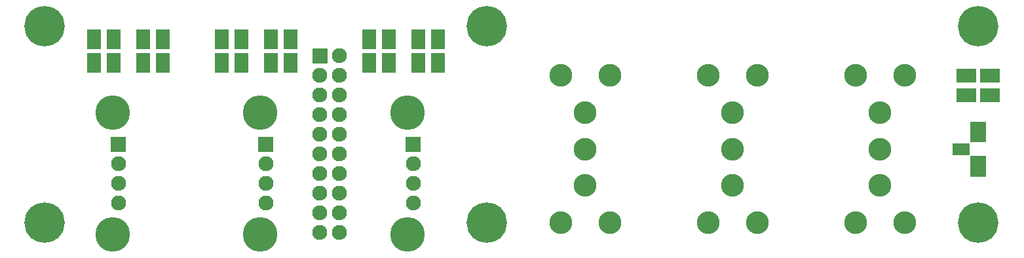
<source format=gbr>
G04 start of page 6 for group -4063 idx -4063 *
G04 Title: (unknown), componentmask *
G04 Creator: pcb 4.2.2 *
G04 CreationDate: Tue May 11 21:17:39 2021 UTC *
G04 For: thomasc *
G04 Format: Gerber/RS-274X *
G04 PCB-Dimensions (mil): 5250.00 1500.00 *
G04 PCB-Coordinate-Origin: lower left *
%MOIN*%
%FSLAX25Y25*%
%LNTOPMASK*%
%ADD45C,0.2060*%
%ADD44C,0.1760*%
%ADD43C,0.0001*%
%ADD42C,0.1160*%
%ADD41C,0.0760*%
G54D41*X62500Y45000D03*
X137500D03*
G54D42*X450000Y44000D03*
X375000D03*
X300000D03*
X287500Y25000D03*
X300000Y62500D03*
Y81000D03*
G54D43*G36*
X58700Y68800D02*Y61200D01*
X66300D01*
Y68800D01*
X58700D01*
G37*
G54D44*X59500Y81000D03*
G54D45*X25000Y125000D03*
G54D41*X62500Y55000D03*
G54D43*G36*
X133700Y68800D02*Y61200D01*
X141300D01*
Y68800D01*
X133700D01*
G37*
G54D41*X137500Y55000D03*
G54D44*X134500Y81000D03*
G54D41*X62500Y35000D03*
X137500D03*
X175000Y110000D03*
G54D43*G36*
X161200Y113800D02*Y106200D01*
X168800D01*
Y113800D01*
X161200D01*
G37*
G54D41*X165000Y100000D03*
Y90000D03*
X175000Y100000D03*
Y90000D03*
G54D42*X462500Y100000D03*
X437500D03*
X450000Y62500D03*
Y81000D03*
X387500Y100000D03*
X362500D03*
X312500D03*
X287500D03*
X375000Y62500D03*
Y81000D03*
X462500Y25000D03*
X437500D03*
X387500D03*
X362500D03*
X312500D03*
G54D45*X500000Y125000D03*
Y25000D03*
G54D44*X59500Y19000D03*
X134500D03*
G54D41*X175000Y80000D03*
X165000D03*
X175000Y70000D03*
X165000D03*
X175000Y60000D03*
X165000D03*
Y20000D03*
G54D45*X25000Y25000D03*
G54D43*G36*
X208700Y68800D02*Y61200D01*
X216300D01*
Y68800D01*
X208700D01*
G37*
G54D41*X212500Y55000D03*
Y45000D03*
Y35000D03*
G54D44*X209500Y19000D03*
Y81000D03*
G54D41*X175000Y50000D03*
X165000D03*
X175000Y40000D03*
X165000D03*
X175000Y30000D03*
X165000D03*
X175000Y20000D03*
G54D45*X250000Y125000D03*
Y25000D03*
G54D43*G36*
X228500Y123500D02*X221500D01*
Y113500D01*
X228500D01*
Y123500D01*
G37*
G36*
Y111500D02*X221500D01*
Y101500D01*
X228500D01*
Y111500D01*
G37*
G36*
X218500D02*X211500D01*
Y101500D01*
X218500D01*
Y111500D01*
G37*
G36*
Y123500D02*X211500D01*
Y113500D01*
X218500D01*
Y123500D01*
G37*
G36*
X203500D02*X196500D01*
Y113500D01*
X203500D01*
Y123500D01*
G37*
G36*
Y111500D02*X196500D01*
Y101500D01*
X203500D01*
Y111500D01*
G37*
G36*
X193500D02*X186500D01*
Y101500D01*
X193500D01*
Y111500D01*
G37*
G36*
Y123500D02*X186500D01*
Y113500D01*
X193500D01*
Y123500D01*
G37*
G36*
X128500D02*X121500D01*
Y113500D01*
X128500D01*
Y123500D01*
G37*
G36*
Y111500D02*X121500D01*
Y101500D01*
X128500D01*
Y111500D01*
G37*
G36*
X118500D02*X111500D01*
Y101500D01*
X118500D01*
Y111500D01*
G37*
G36*
Y123500D02*X111500D01*
Y113500D01*
X118500D01*
Y123500D01*
G37*
G36*
X153500D02*X146500D01*
Y113500D01*
X153500D01*
Y123500D01*
G37*
G36*
X143500D02*X136500D01*
Y113500D01*
X143500D01*
Y123500D01*
G37*
G36*
X153500Y111500D02*X146500D01*
Y101500D01*
X153500D01*
Y111500D01*
G37*
G36*
X143500D02*X136500D01*
Y101500D01*
X143500D01*
Y111500D01*
G37*
G36*
X53500Y123500D02*X46500D01*
Y113500D01*
X53500D01*
Y123500D01*
G37*
G36*
Y111500D02*X46500D01*
Y101500D01*
X53500D01*
Y111500D01*
G37*
G36*
X78500Y123500D02*X71500D01*
Y113500D01*
X78500D01*
Y123500D01*
G37*
G36*
Y111500D02*X71500D01*
Y101500D01*
X78500D01*
Y111500D01*
G37*
G36*
X63500D02*X56500D01*
Y101500D01*
X63500D01*
Y111500D01*
G37*
G36*
Y123500D02*X56500D01*
Y113500D01*
X63500D01*
Y123500D01*
G37*
G36*
X88500Y111500D02*X81500D01*
Y101500D01*
X88500D01*
Y111500D01*
G37*
G36*
Y123500D02*X81500D01*
Y113500D01*
X88500D01*
Y123500D01*
G37*
G36*
X504000Y59000D02*X496000D01*
Y48500D01*
X504000D01*
Y59000D01*
G37*
G36*
X487000Y65500D02*Y59500D01*
X495500D01*
Y65500D01*
X487000D01*
G37*
G36*
X504000Y76500D02*X496000D01*
Y66000D01*
X504000D01*
Y76500D01*
G37*
G36*
X489000Y103500D02*Y96500D01*
X499000D01*
Y103500D01*
X489000D01*
G37*
G36*
X501000D02*Y96500D01*
X511000D01*
Y103500D01*
X501000D01*
G37*
G36*
X489000Y93500D02*Y86500D01*
X499000D01*
Y93500D01*
X489000D01*
G37*
G36*
X501000D02*Y86500D01*
X511000D01*
Y93500D01*
X501000D01*
G37*
M02*

</source>
